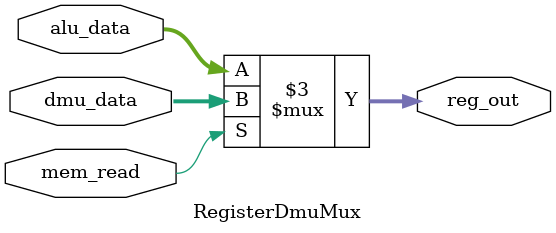
<source format=v>
`timescale 1ns / 1ps


module RegisterDmuMux(
    input mem_read,             // Flag from the Control Unit; Data Memory is being read from.
    input [15:0] dmu_data,
    input [15:0] alu_data,
    output reg [15:0] reg_out
    );
    
    always @(*) begin
        if (mem_read)
            reg_out <= dmu_data;
        else
            reg_out <= alu_data;
    end
endmodule

</source>
